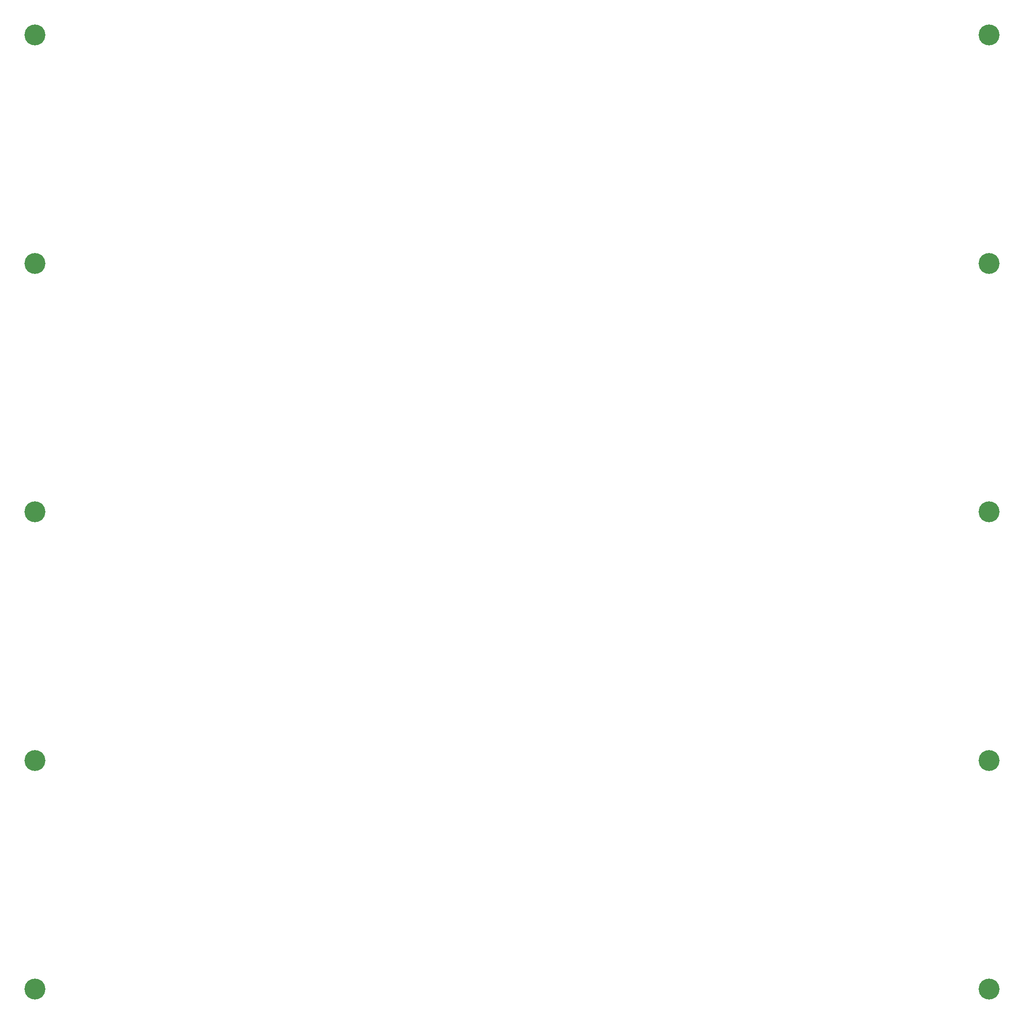
<source format=gts>
G04*
G04 #@! TF.GenerationSoftware,Altium Limited,Altium Designer,25.7.1 (20)*
G04*
G04 Layer_Color=8388736*
%FSLAX44Y44*%
%MOMM*%
G71*
G04*
G04 #@! TF.SameCoordinates,32F418BE-E214-40C2-94E0-C7E2AA208B06*
G04*
G04*
G04 #@! TF.FilePolarity,Negative*
G04*
G01*
G75*
%ADD10C,4.2032*%
D10*
X-960000Y-500000D02*
D03*
X960000D02*
D03*
X-960000Y500000D02*
D03*
X960000D02*
D03*
Y0D02*
D03*
X-960000D02*
D03*
X-960000Y-960000D02*
D03*
X960000D02*
D03*
Y960000D02*
D03*
X-960000D02*
D03*
M02*

</source>
